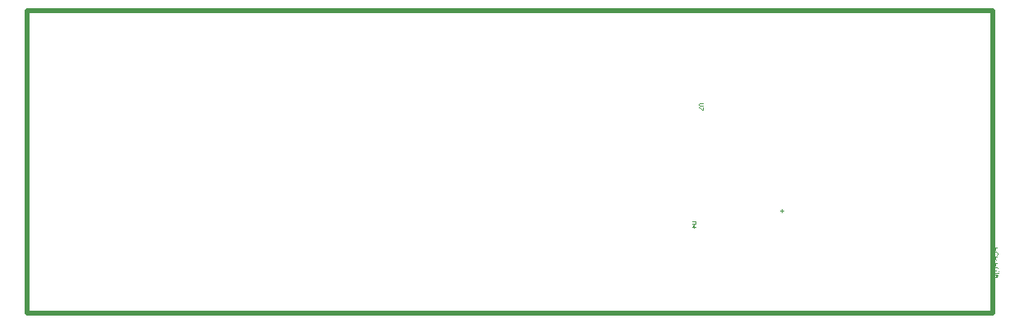
<source format=gbr>
%TF.GenerationSoftware,Altium Limited,Altium Designer,22.2.1 (43)*%
G04 Layer_Color=16711935*
%FSLAX26Y26*%
%MOIN*%
%TF.SameCoordinates,49CA406D-FE3E-4379-A0B2-47437619DC98*%
%TF.FilePolarity,Positive*%
%TF.FileFunction,Other,Mechanical_1*%
%TF.Part,Single*%
G01*
G75*
%TA.AperFunction,NonConductor*%
%ADD67C,0.020000*%
%ADD130C,0.003937*%
%ADD216C,0.002362*%
G36*
X3942678Y262579D02*
X3934853D01*
Y257674D01*
X3934824Y256944D01*
X3934794Y256272D01*
X3934707Y255659D01*
X3934590Y255075D01*
X3934473Y254578D01*
X3934327Y254111D01*
X3934181Y253702D01*
X3934006Y253352D01*
X3933860Y253031D01*
X3933714Y252768D01*
X3933568Y252564D01*
X3933451Y252359D01*
X3933334Y252243D01*
X3933247Y252155D01*
X3933218Y252096D01*
X3933188Y252067D01*
X3932867Y251775D01*
X3932517Y251542D01*
X3932166Y251337D01*
X3931816Y251162D01*
X3931144Y250870D01*
X3930473Y250695D01*
X3930181Y250607D01*
X3929918Y250578D01*
X3929655Y250549D01*
X3929451Y250520D01*
X3929276Y250490D01*
X3929159D01*
X3929071D01*
X3929042D01*
X3928516Y250520D01*
X3928020Y250578D01*
X3927582Y250666D01*
X3927202Y250782D01*
X3926881Y250899D01*
X3926648Y250987D01*
X3926502Y251045D01*
X3926443Y251075D01*
X3926005Y251308D01*
X3925655Y251571D01*
X3925334Y251834D01*
X3925071Y252067D01*
X3924866Y252272D01*
X3924720Y252447D01*
X3924633Y252593D01*
X3924604Y252622D01*
X3924370Y253002D01*
X3924166Y253411D01*
X3924020Y253790D01*
X3923903Y254170D01*
X3923815Y254491D01*
X3923757Y254754D01*
X3923698Y254929D01*
Y254987D01*
X3923640Y255396D01*
X3923582Y255863D01*
X3923552Y256360D01*
X3923523Y256827D01*
X3923494Y257265D01*
Y265120D01*
X3942678D01*
Y262579D01*
D02*
G37*
G36*
X3933977Y247950D02*
X3934911Y247833D01*
X3935787Y247658D01*
X3936196Y247571D01*
X3936546Y247483D01*
X3936897Y247395D01*
X3937189Y247308D01*
X3937452Y247220D01*
X3937685Y247132D01*
X3937860Y247074D01*
X3937977Y247016D01*
X3938065Y246987D01*
X3938094D01*
X3938941Y246578D01*
X3939671Y246081D01*
X3940313Y245614D01*
X3940810Y245118D01*
X3941218Y244709D01*
X3941510Y244358D01*
X3941598Y244213D01*
X3941686Y244125D01*
X3941715Y244066D01*
X3941744Y244037D01*
X3941978Y243658D01*
X3942153Y243249D01*
X3942474Y242431D01*
X3942678Y241584D01*
X3942854Y240767D01*
X3942883Y240417D01*
X3942941Y240066D01*
X3942970Y239774D01*
Y239511D01*
X3943000Y239278D01*
Y238986D01*
X3942970Y238431D01*
X3942941Y237905D01*
X3942737Y236942D01*
X3942620Y236504D01*
X3942474Y236066D01*
X3942328Y235686D01*
X3942182Y235336D01*
X3942036Y235014D01*
X3941890Y234752D01*
X3941744Y234518D01*
X3941627Y234314D01*
X3941510Y234138D01*
X3941423Y234022D01*
X3941394Y233963D01*
X3941364Y233934D01*
X3941043Y233554D01*
X3940693Y233204D01*
X3939934Y232620D01*
X3939145Y232095D01*
X3938357Y231715D01*
X3938006Y231540D01*
X3937685Y231423D01*
X3937364Y231306D01*
X3937130Y231189D01*
X3936897Y231131D01*
X3936751Y231072D01*
X3936634Y231043D01*
X3936605D01*
X3935962Y233584D01*
X3936809Y233817D01*
X3937568Y234109D01*
X3938182Y234460D01*
X3938707Y234781D01*
X3939087Y235102D01*
X3939379Y235365D01*
X3939554Y235540D01*
X3939583Y235569D01*
X3939612Y235599D01*
X3940021Y236183D01*
X3940313Y236767D01*
X3940547Y237380D01*
X3940693Y237935D01*
X3940780Y238431D01*
X3940810Y238665D01*
Y238840D01*
X3940839Y238986D01*
Y239190D01*
X3940810Y239833D01*
X3940693Y240446D01*
X3940547Y241000D01*
X3940401Y241468D01*
X3940226Y241876D01*
X3940109Y242198D01*
X3940050Y242315D01*
X3939992Y242402D01*
X3939963Y242431D01*
Y242460D01*
X3939583Y242986D01*
X3939145Y243424D01*
X3938707Y243804D01*
X3938240Y244125D01*
X3937860Y244358D01*
X3937510Y244505D01*
X3937393Y244563D01*
X3937306Y244621D01*
X3937247Y244650D01*
X3937218D01*
X3936517Y244884D01*
X3935787Y245059D01*
X3935057Y245176D01*
X3934386Y245264D01*
X3934094Y245293D01*
X3933831Y245322D01*
X3933568D01*
X3933364Y245351D01*
X3933188D01*
X3933072D01*
X3932984D01*
X3932955D01*
X3932254Y245322D01*
X3931582Y245264D01*
X3930969Y245176D01*
X3930414Y245059D01*
X3929947Y244942D01*
X3929743Y244913D01*
X3929597Y244855D01*
X3929451Y244826D01*
X3929363Y244797D01*
X3929305Y244767D01*
X3929276D01*
X3928633Y244505D01*
X3928049Y244183D01*
X3927582Y243833D01*
X3927173Y243512D01*
X3926852Y243190D01*
X3926618Y242928D01*
X3926472Y242752D01*
X3926414Y242723D01*
Y242694D01*
X3926064Y242110D01*
X3925801Y241497D01*
X3925596Y240884D01*
X3925480Y240300D01*
X3925392Y239774D01*
X3925363Y239570D01*
Y239365D01*
X3925334Y239219D01*
Y239015D01*
X3925363Y238314D01*
X3925480Y237701D01*
X3925626Y237146D01*
X3925801Y236708D01*
X3926005Y236328D01*
X3926151Y236066D01*
X3926268Y235891D01*
X3926297Y235832D01*
X3926706Y235365D01*
X3927173Y234985D01*
X3927699Y234635D01*
X3928195Y234372D01*
X3928633Y234168D01*
X3928838Y234080D01*
X3929013Y233993D01*
X3929159Y233934D01*
X3929276Y233905D01*
X3929334Y233876D01*
X3929363D01*
X3928779Y231364D01*
X3927845Y231715D01*
X3927407Y231919D01*
X3927027Y232124D01*
X3926648Y232357D01*
X3926297Y232591D01*
X3926005Y232795D01*
X3925713Y233029D01*
X3925480Y233233D01*
X3925275Y233438D01*
X3925071Y233642D01*
X3924925Y233788D01*
X3924808Y233934D01*
X3924720Y234022D01*
X3924691Y234080D01*
X3924662Y234109D01*
X3924399Y234489D01*
X3924166Y234869D01*
X3923961Y235277D01*
X3923786Y235686D01*
X3923523Y236504D01*
X3923348Y237263D01*
X3923290Y237613D01*
X3923260Y237935D01*
X3923231Y238226D01*
X3923202Y238460D01*
X3923173Y238665D01*
Y238957D01*
X3923231Y239891D01*
X3923348Y240767D01*
X3923552Y241555D01*
X3923640Y241906D01*
X3923757Y242227D01*
X3923874Y242519D01*
X3923961Y242811D01*
X3924078Y243044D01*
X3924166Y243220D01*
X3924224Y243395D01*
X3924282Y243512D01*
X3924341Y243570D01*
Y243599D01*
X3924808Y244329D01*
X3925363Y245001D01*
X3925918Y245556D01*
X3926472Y245994D01*
X3926969Y246373D01*
X3927173Y246519D01*
X3927348Y246636D01*
X3927524Y246724D01*
X3927640Y246782D01*
X3927699Y246840D01*
X3927728D01*
X3928575Y247220D01*
X3929480Y247512D01*
X3930356Y247687D01*
X3931174Y247833D01*
X3931553Y247892D01*
X3931874Y247921D01*
X3932196Y247950D01*
X3932458D01*
X3932663Y247979D01*
X3932809D01*
X3932926D01*
X3932955D01*
X3933977Y247950D01*
D02*
G37*
G36*
X3942678Y220064D02*
X3942620Y219480D01*
X3942591Y218954D01*
X3942532Y218487D01*
X3942474Y218137D01*
X3942445Y217874D01*
X3942386Y217699D01*
Y217641D01*
X3942240Y217202D01*
X3942094Y216794D01*
X3941948Y216414D01*
X3941802Y216122D01*
X3941656Y215859D01*
X3941540Y215684D01*
X3941481Y215567D01*
X3941452Y215538D01*
X3941189Y215246D01*
X3940897Y214954D01*
X3940605Y214720D01*
X3940313Y214516D01*
X3940050Y214370D01*
X3939846Y214224D01*
X3939700Y214166D01*
X3939642Y214137D01*
X3939204Y213932D01*
X3938766Y213786D01*
X3938328Y213698D01*
X3937948Y213611D01*
X3937627Y213582D01*
X3937364Y213553D01*
X3937189D01*
X3937130D01*
X3936517Y213582D01*
X3935962Y213698D01*
X3935495Y213845D01*
X3935057Y214020D01*
X3934707Y214224D01*
X3934444Y214370D01*
X3934298Y214487D01*
X3934240Y214516D01*
X3933802Y214896D01*
X3933451Y215334D01*
X3933159Y215772D01*
X3932896Y216210D01*
X3932721Y216589D01*
X3932575Y216911D01*
X3932546Y217027D01*
X3932517Y217115D01*
X3932488Y217173D01*
Y217202D01*
X3932225Y216706D01*
X3931933Y216297D01*
X3931670Y215947D01*
X3931378Y215655D01*
X3931144Y215451D01*
X3930940Y215275D01*
X3930823Y215188D01*
X3930765Y215159D01*
X3930356Y214925D01*
X3929918Y214779D01*
X3929538Y214662D01*
X3929188Y214575D01*
X3928867Y214516D01*
X3928633Y214487D01*
X3928487D01*
X3928429D01*
X3927932Y214516D01*
X3927465Y214604D01*
X3927056Y214720D01*
X3926677Y214867D01*
X3926356Y215012D01*
X3926093Y215129D01*
X3925947Y215217D01*
X3925888Y215246D01*
X3925450Y215567D01*
X3925100Y215888D01*
X3924779Y216239D01*
X3924516Y216589D01*
X3924341Y216881D01*
X3924195Y217115D01*
X3924107Y217290D01*
X3924078Y217319D01*
Y217349D01*
X3923874Y217874D01*
X3923728Y218458D01*
X3923640Y219042D01*
X3923552Y219597D01*
X3923523Y220093D01*
Y220298D01*
X3923494Y220502D01*
Y228036D01*
X3942678D01*
Y220064D01*
D02*
G37*
G36*
Y188236D02*
X3940430D01*
Y200004D01*
X3933889D01*
Y189404D01*
X3931641D01*
Y200004D01*
X3925742D01*
Y188674D01*
X3923494D01*
Y202544D01*
X3942678D01*
Y188236D01*
D02*
G37*
G36*
X3936546Y185871D02*
X3937247Y185783D01*
X3937890Y185667D01*
X3938444Y185520D01*
X3938912Y185375D01*
X3939116Y185316D01*
X3939262Y185258D01*
X3939379Y185199D01*
X3939466Y185170D01*
X3939525Y185141D01*
X3939554D01*
X3940138Y184820D01*
X3940634Y184499D01*
X3941072Y184119D01*
X3941423Y183798D01*
X3941715Y183476D01*
X3941919Y183243D01*
X3942065Y183068D01*
X3942094Y183038D01*
Y183009D01*
X3942386Y182484D01*
X3942620Y181929D01*
X3942766Y181433D01*
X3942883Y180936D01*
X3942941Y180556D01*
X3942970Y180235D01*
X3943000Y180119D01*
Y179943D01*
X3942970Y179476D01*
X3942912Y179038D01*
X3942824Y178629D01*
X3942678Y178250D01*
X3942532Y177929D01*
X3942357Y177607D01*
X3942153Y177315D01*
X3941978Y177053D01*
X3941773Y176819D01*
X3941598Y176614D01*
X3941423Y176439D01*
X3941277Y176322D01*
X3941131Y176206D01*
X3941043Y176118D01*
X3940985Y176089D01*
X3940956Y176060D01*
X3942678D01*
Y173870D01*
X3923494D01*
Y176235D01*
X3930385D01*
X3930093Y176469D01*
X3929801Y176731D01*
X3929568Y177023D01*
X3929392Y177257D01*
X3929217Y177490D01*
X3929100Y177666D01*
X3929042Y177782D01*
X3929013Y177841D01*
X3928838Y178220D01*
X3928692Y178600D01*
X3928604Y178980D01*
X3928516Y179301D01*
X3928487Y179622D01*
X3928458Y179856D01*
Y180060D01*
X3928487Y180673D01*
X3928604Y181257D01*
X3928750Y181783D01*
X3928896Y182250D01*
X3929071Y182630D01*
X3929217Y182922D01*
X3929334Y183097D01*
X3929363Y183126D01*
Y183155D01*
X3929743Y183652D01*
X3930152Y184060D01*
X3930590Y184411D01*
X3931028Y184703D01*
X3931407Y184936D01*
X3931699Y185083D01*
X3931816Y185141D01*
X3931904Y185199D01*
X3931962Y185228D01*
X3931991D01*
X3932634Y185462D01*
X3933305Y185608D01*
X3933918Y185725D01*
X3934502Y185812D01*
X3934999Y185871D01*
X3935232D01*
X3935408Y185900D01*
X3935554D01*
X3935670D01*
X3935729D01*
X3935758D01*
X3936546Y185871D01*
D02*
G37*
G36*
X3936196Y171037D02*
X3936722Y171008D01*
X3937656Y170833D01*
X3938094Y170687D01*
X3938503Y170570D01*
X3938882Y170424D01*
X3939233Y170278D01*
X3939554Y170132D01*
X3939817Y169986D01*
X3940050Y169840D01*
X3940255Y169723D01*
X3940430Y169636D01*
X3940547Y169548D01*
X3940605Y169519D01*
X3940634Y169490D01*
X3940985Y169168D01*
X3941306Y168847D01*
X3941569Y168497D01*
X3941802Y168117D01*
X3942007Y167767D01*
X3942182Y167387D01*
X3942328Y167037D01*
X3942416Y166686D01*
X3942503Y166336D01*
X3942562Y166044D01*
X3942620Y165752D01*
X3942649Y165518D01*
X3942678Y165314D01*
Y165051D01*
X3942649Y164643D01*
X3942591Y164234D01*
X3942503Y163854D01*
X3942386Y163504D01*
X3942094Y162832D01*
X3941773Y162277D01*
X3941452Y161839D01*
X3941277Y161664D01*
X3941160Y161489D01*
X3941043Y161372D01*
X3940956Y161285D01*
X3940897Y161255D01*
X3940868Y161226D01*
X3941277D01*
X3941656D01*
X3941978D01*
X3942299D01*
X3942562Y161255D01*
X3942824D01*
X3943233Y161314D01*
X3943525Y161343D01*
X3943730Y161372D01*
X3943846Y161401D01*
X3943876D01*
X3944284Y161547D01*
X3944664Y161722D01*
X3944956Y161898D01*
X3945219Y162102D01*
X3945423Y162306D01*
X3945569Y162452D01*
X3945657Y162569D01*
X3945686Y162599D01*
X3945920Y162949D01*
X3946066Y163358D01*
X3946182Y163767D01*
X3946270Y164175D01*
X3946328Y164555D01*
X3946358Y164847D01*
Y165110D01*
X3946328Y165635D01*
X3946241Y166132D01*
X3946153Y166541D01*
X3946007Y166862D01*
X3945890Y167154D01*
X3945803Y167329D01*
X3945715Y167475D01*
X3945686Y167504D01*
X3945482Y167738D01*
X3945248Y167913D01*
X3944985Y168059D01*
X3944722Y168176D01*
X3944489Y168234D01*
X3944314Y168292D01*
X3944197Y168322D01*
X3944138D01*
X3943817Y170599D01*
X3944226D01*
X3944606Y170541D01*
X3945277Y170395D01*
X3945861Y170161D01*
X3946328Y169899D01*
X3946708Y169607D01*
X3946971Y169373D01*
X3947117Y169198D01*
X3947175Y169168D01*
Y169139D01*
X3947555Y168526D01*
X3947847Y167855D01*
X3948022Y167183D01*
X3948168Y166541D01*
X3948256Y165986D01*
X3948285Y165723D01*
Y165518D01*
X3948314Y165343D01*
Y165110D01*
X3948285Y164351D01*
X3948197Y163679D01*
X3948051Y163066D01*
X3947905Y162540D01*
X3947788Y162131D01*
X3947642Y161839D01*
X3947584Y161722D01*
X3947555Y161635D01*
X3947526Y161606D01*
Y161577D01*
X3947204Y161080D01*
X3946854Y160642D01*
X3946504Y160292D01*
X3946153Y160000D01*
X3945832Y159795D01*
X3945598Y159620D01*
X3945423Y159532D01*
X3945394Y159503D01*
X3945365D01*
X3945102Y159387D01*
X3944781Y159270D01*
X3944080Y159124D01*
X3943321Y159007D01*
X3942591Y158919D01*
X3942240Y158890D01*
X3941890Y158861D01*
X3941598D01*
X3941335Y158832D01*
X3941102D01*
X3940956D01*
X3940839D01*
X3940810D01*
X3928779D01*
Y160993D01*
X3930473D01*
X3930122Y161285D01*
X3929801Y161606D01*
X3929538Y161956D01*
X3929305Y162277D01*
X3929100Y162628D01*
X3928954Y162978D01*
X3928808Y163299D01*
X3928721Y163620D01*
X3928575Y164175D01*
X3928516Y164438D01*
X3928487Y164643D01*
X3928458Y164818D01*
Y165051D01*
X3928487Y165723D01*
X3928604Y166336D01*
X3928750Y166862D01*
X3928925Y167358D01*
X3929100Y167738D01*
X3929246Y168030D01*
X3929305Y168117D01*
X3929363Y168205D01*
X3929392Y168234D01*
Y168263D01*
X3929772Y168760D01*
X3930181Y169168D01*
X3930619Y169519D01*
X3931028Y169840D01*
X3931407Y170074D01*
X3931699Y170220D01*
X3931816Y170278D01*
X3931904Y170337D01*
X3931962Y170366D01*
X3931991D01*
X3932634Y170599D01*
X3933276Y170774D01*
X3933889Y170891D01*
X3934473Y170979D01*
X3934940Y171037D01*
X3935145D01*
X3935320Y171066D01*
X3935466D01*
X3935583D01*
X3935641D01*
X3935670D01*
X3936196Y171037D01*
D02*
G37*
G36*
X3936488Y155999D02*
X3937072Y155941D01*
X3937627Y155853D01*
X3938123Y155737D01*
X3938590Y155620D01*
X3939028Y155474D01*
X3939408Y155298D01*
X3939758Y155123D01*
X3940080Y154977D01*
X3940372Y154802D01*
X3940605Y154656D01*
X3940780Y154510D01*
X3940926Y154423D01*
X3941043Y154335D01*
X3941102Y154276D01*
X3941131Y154247D01*
X3941452Y153897D01*
X3941744Y153517D01*
X3942007Y153138D01*
X3942211Y152729D01*
X3942386Y152349D01*
X3942532Y151940D01*
X3942766Y151181D01*
X3942854Y150802D01*
X3942912Y150481D01*
X3942941Y150189D01*
X3942970Y149926D01*
X3943000Y149721D01*
Y149429D01*
X3942941Y148553D01*
X3942824Y147794D01*
X3942620Y147093D01*
X3942416Y146538D01*
X3942299Y146276D01*
X3942211Y146071D01*
X3942094Y145896D01*
X3942007Y145750D01*
X3941948Y145604D01*
X3941890Y145517D01*
X3941832Y145487D01*
Y145458D01*
X3941364Y144933D01*
X3940810Y144465D01*
X3940255Y144115D01*
X3939729Y143823D01*
X3939233Y143589D01*
X3939028Y143502D01*
X3938853Y143443D01*
X3938707Y143385D01*
X3938590Y143356D01*
X3938532Y143327D01*
X3938503D01*
X3938182Y145750D01*
X3938707Y145984D01*
X3939174Y146217D01*
X3939554Y146451D01*
X3939846Y146685D01*
X3940109Y146889D01*
X3940255Y147064D01*
X3940372Y147181D01*
X3940401Y147210D01*
X3940634Y147560D01*
X3940780Y147940D01*
X3940897Y148320D01*
X3940985Y148670D01*
X3941043Y148962D01*
X3941072Y149196D01*
Y149429D01*
X3941014Y150042D01*
X3940897Y150597D01*
X3940693Y151094D01*
X3940459Y151532D01*
X3940255Y151853D01*
X3940050Y152116D01*
X3939934Y152262D01*
X3939875Y152320D01*
X3939379Y152700D01*
X3938795Y153021D01*
X3938211Y153225D01*
X3937656Y153400D01*
X3937130Y153517D01*
X3936926Y153547D01*
X3936722Y153576D01*
X3936576D01*
X3936430Y153605D01*
X3936371D01*
X3936342D01*
Y143268D01*
X3936079Y143239D01*
X3935875D01*
X3935758D01*
X3935729D01*
X3935086Y143268D01*
X3934502Y143327D01*
X3933948Y143414D01*
X3933451Y143502D01*
X3932955Y143648D01*
X3932517Y143794D01*
X3932137Y143969D01*
X3931758Y144115D01*
X3931436Y144290D01*
X3931174Y144465D01*
X3930940Y144611D01*
X3930736Y144728D01*
X3930590Y144845D01*
X3930473Y144933D01*
X3930414Y144991D01*
X3930385Y145020D01*
X3930035Y145370D01*
X3929743Y145721D01*
X3929480Y146101D01*
X3929276Y146480D01*
X3929071Y146860D01*
X3928925Y147239D01*
X3928692Y147940D01*
X3928604Y148291D01*
X3928546Y148583D01*
X3928516Y148875D01*
X3928487Y149108D01*
X3928458Y149312D01*
Y149575D01*
X3928487Y150101D01*
X3928546Y150597D01*
X3928633Y151065D01*
X3928750Y151502D01*
X3928925Y151940D01*
X3929071Y152320D01*
X3929246Y152671D01*
X3929422Y152992D01*
X3929626Y153284D01*
X3929801Y153517D01*
X3929947Y153751D01*
X3930093Y153926D01*
X3930239Y154072D01*
X3930327Y154160D01*
X3930385Y154218D01*
X3930414Y154247D01*
X3930794Y154569D01*
X3931203Y154831D01*
X3931641Y155065D01*
X3932079Y155269D01*
X3932546Y155445D01*
X3932984Y155590D01*
X3933860Y155795D01*
X3934269Y155882D01*
X3934648Y155941D01*
X3934999Y155970D01*
X3935291Y155999D01*
X3935524Y156029D01*
X3935729D01*
X3935846D01*
X3935875D01*
X3936488Y155999D01*
D02*
G37*
%LPC*%
G36*
X3932604Y262579D02*
X3925742D01*
Y257119D01*
X3925772Y256593D01*
X3925801Y256185D01*
X3925830Y255863D01*
X3925859Y255630D01*
X3925888Y255454D01*
X3925918Y255367D01*
Y255338D01*
X3926064Y254987D01*
X3926210Y254666D01*
X3926414Y254403D01*
X3926589Y254170D01*
X3926764Y253965D01*
X3926910Y253849D01*
X3927027Y253761D01*
X3927056Y253732D01*
X3927378Y253527D01*
X3927728Y253381D01*
X3928078Y253264D01*
X3928400Y253206D01*
X3928692Y253148D01*
X3928925Y253119D01*
X3929071D01*
X3929130D01*
X3929714Y253177D01*
X3930239Y253294D01*
X3930677Y253440D01*
X3931028Y253644D01*
X3931320Y253849D01*
X3931524Y253994D01*
X3931670Y254111D01*
X3931699Y254170D01*
X3931845Y254374D01*
X3931991Y254608D01*
X3932225Y255133D01*
X3932371Y255717D01*
X3932488Y256301D01*
X3932546Y256827D01*
X3932575Y257031D01*
Y257236D01*
X3932604Y257411D01*
Y262579D01*
D02*
G37*
G36*
X3931582Y225495D02*
X3925742D01*
Y220969D01*
X3925801Y220356D01*
X3925830Y219860D01*
X3925888Y219451D01*
X3925947Y219159D01*
X3925976Y218954D01*
X3926034Y218809D01*
Y218779D01*
X3926151Y218487D01*
X3926297Y218225D01*
X3926472Y217991D01*
X3926618Y217816D01*
X3926794Y217670D01*
X3926910Y217553D01*
X3926998Y217494D01*
X3927027Y217465D01*
X3927319Y217319D01*
X3927611Y217202D01*
X3927874Y217115D01*
X3928137Y217056D01*
X3928370Y217027D01*
X3928546Y216998D01*
X3928692D01*
X3928721D01*
X3929100Y217027D01*
X3929422Y217086D01*
X3929714Y217144D01*
X3929947Y217232D01*
X3930152Y217349D01*
X3930298Y217407D01*
X3930385Y217465D01*
X3930414Y217494D01*
X3930648Y217699D01*
X3930852Y217933D01*
X3931028Y218166D01*
X3931144Y218400D01*
X3931261Y218633D01*
X3931320Y218809D01*
X3931349Y218925D01*
X3931378Y218954D01*
X3931436Y219276D01*
X3931495Y219626D01*
X3931524Y220035D01*
X3931553Y220444D01*
X3931582Y220794D01*
Y225495D01*
D02*
G37*
G36*
X3940430D02*
X3933831D01*
Y220444D01*
X3933889Y219860D01*
X3933918Y219393D01*
X3933977Y218984D01*
X3934035Y218692D01*
X3934094Y218458D01*
X3934123Y218341D01*
X3934152Y218283D01*
X3934298Y217933D01*
X3934473Y217641D01*
X3934648Y217378D01*
X3934853Y217173D01*
X3935028Y216998D01*
X3935145Y216852D01*
X3935262Y216794D01*
X3935291Y216764D01*
X3935583Y216560D01*
X3935904Y216414D01*
X3936225Y216327D01*
X3936517Y216239D01*
X3936751Y216210D01*
X3936955Y216180D01*
X3937072D01*
X3937130D01*
X3937481Y216210D01*
X3937773Y216239D01*
X3938065Y216297D01*
X3938298Y216356D01*
X3938503Y216443D01*
X3938649Y216502D01*
X3938736Y216531D01*
X3938766Y216560D01*
X3938999Y216706D01*
X3939233Y216881D01*
X3939408Y217027D01*
X3939554Y217202D01*
X3939700Y217349D01*
X3939788Y217436D01*
X3939817Y217524D01*
X3939846Y217553D01*
X3940080Y218020D01*
X3940226Y218487D01*
X3940284Y218692D01*
X3940313Y218867D01*
X3940342Y218984D01*
Y219013D01*
X3940372Y219217D01*
X3940401Y219480D01*
X3940430Y220064D01*
Y225495D01*
D02*
G37*
G36*
X3936021Y183476D02*
X3935875D01*
X3935787D01*
X3935758D01*
X3935262D01*
X3934794Y183418D01*
X3934356Y183389D01*
X3933948Y183301D01*
X3933597Y183243D01*
X3933247Y183155D01*
X3932955Y183038D01*
X3932692Y182951D01*
X3932458Y182863D01*
X3932254Y182746D01*
X3932079Y182659D01*
X3931933Y182601D01*
X3931845Y182513D01*
X3931758Y182484D01*
X3931699Y182425D01*
X3931466Y182221D01*
X3931261Y182017D01*
X3930969Y181578D01*
X3930736Y181141D01*
X3930560Y180732D01*
X3930473Y180381D01*
X3930444Y180089D01*
X3930414Y179972D01*
Y179535D01*
X3930473Y179243D01*
X3930619Y178717D01*
X3930852Y178250D01*
X3931086Y177870D01*
X3931320Y177549D01*
X3931553Y177315D01*
X3931699Y177169D01*
X3931728Y177111D01*
X3931758D01*
X3932020Y176906D01*
X3932312Y176731D01*
X3932984Y176469D01*
X3933685Y176264D01*
X3934356Y176147D01*
X3934999Y176060D01*
X3935262Y176030D01*
X3935495D01*
X3935700Y176001D01*
X3935846D01*
X3935933D01*
X3935962D01*
X3936430D01*
X3936868Y176060D01*
X3937276Y176089D01*
X3937656Y176177D01*
X3938006Y176264D01*
X3938328Y176352D01*
X3938620Y176439D01*
X3938853Y176527D01*
X3939087Y176644D01*
X3939291Y176731D01*
X3939437Y176819D01*
X3939583Y176906D01*
X3939671Y176994D01*
X3939758Y177023D01*
X3939788Y177082D01*
X3939817D01*
X3940050Y177286D01*
X3940226Y177490D01*
X3940547Y177958D01*
X3940751Y178396D01*
X3940926Y178804D01*
X3941014Y179155D01*
X3941043Y179447D01*
X3941072Y179564D01*
Y179710D01*
X3941043Y180002D01*
X3941014Y180264D01*
X3940868Y180790D01*
X3940664Y181228D01*
X3940401Y181608D01*
X3940167Y181929D01*
X3939963Y182162D01*
X3939817Y182309D01*
X3939758Y182367D01*
X3939496Y182571D01*
X3939204Y182746D01*
X3938590Y183009D01*
X3937919Y183214D01*
X3937276Y183331D01*
X3936663Y183418D01*
X3936430Y183447D01*
X3936196D01*
X3936021Y183476D01*
D02*
G37*
G36*
X3935758Y168643D02*
X3935612D01*
X3935524D01*
X3935495D01*
X3934619Y168584D01*
X3933831Y168468D01*
X3933510Y168380D01*
X3933188Y168292D01*
X3932896Y168205D01*
X3932663Y168088D01*
X3932429Y168000D01*
X3932225Y167913D01*
X3932079Y167825D01*
X3931933Y167738D01*
X3931845Y167650D01*
X3931758Y167621D01*
X3931699Y167562D01*
X3931466Y167358D01*
X3931261Y167125D01*
X3930969Y166686D01*
X3930736Y166219D01*
X3930560Y165810D01*
X3930473Y165431D01*
X3930444Y165139D01*
X3930414Y165022D01*
Y164584D01*
X3930473Y164292D01*
X3930619Y163767D01*
X3930823Y163299D01*
X3931057Y162920D01*
X3931320Y162599D01*
X3931524Y162365D01*
X3931670Y162219D01*
X3931699Y162161D01*
X3931728D01*
X3931991Y161956D01*
X3932254Y161781D01*
X3932867Y161489D01*
X3933510Y161285D01*
X3934123Y161168D01*
X3934707Y161080D01*
X3934940Y161051D01*
X3935174D01*
X3935349Y161022D01*
X3935466D01*
X3935554D01*
X3935583D01*
X3936050D01*
X3936517Y161080D01*
X3936926Y161109D01*
X3937306Y161197D01*
X3937656Y161285D01*
X3937977Y161372D01*
X3938269Y161460D01*
X3938532Y161577D01*
X3938766Y161693D01*
X3938970Y161781D01*
X3939116Y161869D01*
X3939262Y161956D01*
X3939350Y162014D01*
X3939437Y162073D01*
X3939466Y162131D01*
X3939496D01*
X3939904Y162569D01*
X3940196Y163007D01*
X3940430Y163475D01*
X3940576Y163883D01*
X3940664Y164263D01*
X3940693Y164584D01*
X3940722Y164701D01*
Y164847D01*
X3940693Y165139D01*
X3940664Y165431D01*
X3940518Y165957D01*
X3940313Y166424D01*
X3940080Y166803D01*
X3939875Y167125D01*
X3939671Y167358D01*
X3939525Y167504D01*
X3939466Y167562D01*
X3939204Y167738D01*
X3938941Y167913D01*
X3938328Y168176D01*
X3937656Y168380D01*
X3937014Y168497D01*
X3936430Y168584D01*
X3936167Y168614D01*
X3935933D01*
X3935758Y168643D01*
D02*
G37*
G36*
X3934415Y153488D02*
X3933772Y153400D01*
X3933188Y153255D01*
X3932692Y153050D01*
X3932283Y152846D01*
X3931933Y152641D01*
X3931699Y152466D01*
X3931553Y152349D01*
X3931495Y152291D01*
X3931115Y151853D01*
X3930852Y151386D01*
X3930648Y150948D01*
X3930531Y150510D01*
X3930444Y150130D01*
X3930414Y149809D01*
X3930385Y149692D01*
Y149546D01*
X3930414Y149225D01*
X3930444Y148904D01*
X3930590Y148349D01*
X3930823Y147852D01*
X3931086Y147415D01*
X3931349Y147093D01*
X3931553Y146831D01*
X3931728Y146685D01*
X3931758Y146626D01*
X3931787D01*
X3932137Y146363D01*
X3932575Y146188D01*
X3933013Y146013D01*
X3933422Y145896D01*
X3933802Y145809D01*
X3934123Y145750D01*
X3934240D01*
X3934327Y145721D01*
X3934386D01*
X3934415D01*
Y153488D01*
D02*
G37*
%LPD*%
D67*
X0Y0D02*
Y1230000D01*
X3920000D01*
Y0D02*
Y1230000D01*
X0Y0D02*
X3920000D01*
D130*
X3064646Y407087D02*
X3064646Y422835D01*
X3056772Y414961D02*
X3072520Y414960D01*
X3917086Y355669D02*
X3917086Y64330D01*
D216*
X2745034Y851818D02*
X2731915D01*
X2729291Y849195D01*
Y843947D01*
X2731915Y841323D01*
X2745034D01*
Y836076D02*
Y825580D01*
X2742410D01*
X2731915Y836076D01*
X2729291D01*
X2699967Y373182D02*
X2713086D01*
X2715710Y370558D01*
Y365310D01*
X2713086Y362687D01*
X2699967D01*
X2715710Y349567D02*
X2699967D01*
X2707838Y357439D01*
Y346944D01*
%TF.MD5,9f355aabb65d973ec26a01641b872d16*%
M02*

</source>
